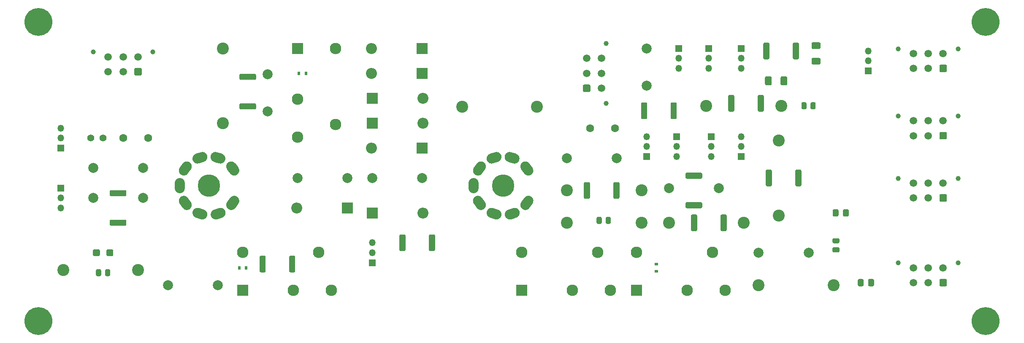
<source format=gbr>
%TF.GenerationSoftware,KiCad,Pcbnew,(5.1.10)-1*%
%TF.CreationDate,2021-11-03T21:28:22+01:00*%
%TF.ProjectId,Amplificatore,416d706c-6966-4696-9361-746f72652e6b,rev?*%
%TF.SameCoordinates,Original*%
%TF.FileFunction,Soldermask,Bot*%
%TF.FilePolarity,Negative*%
%FSLAX46Y46*%
G04 Gerber Fmt 4.6, Leading zero omitted, Abs format (unit mm)*
G04 Created by KiCad (PCBNEW (5.1.10)-1) date 2021-11-03 21:28:22*
%MOMM*%
%LPD*%
G01*
G04 APERTURE LIST*
%ADD10C,1.000000*%
%ADD11C,1.500000*%
%ADD12R,0.700000X0.600000*%
%ADD13R,0.600000X0.700000*%
%ADD14C,2.400000*%
%ADD15C,3.600000*%
%ADD16C,5.600000*%
%ADD17R,1.350000X1.350000*%
%ADD18O,1.350000X1.350000*%
%ADD19C,2.000000*%
%ADD20C,1.600000*%
%ADD21R,2.300000X2.300000*%
%ADD22C,2.300000*%
%ADD23R,2.200000X2.200000*%
%ADD24O,2.200000X2.200000*%
%ADD25C,4.500000*%
%ADD26O,2.030000X3.050000*%
%ADD27C,1.400000*%
G04 APERTURE END LIST*
%TO.C,R39*%
G36*
G01*
X205440001Y-79430000D02*
X204539999Y-79430000D01*
G75*
G02*
X204290000Y-79180001I0J249999D01*
G01*
X204290000Y-78654999D01*
G75*
G02*
X204539999Y-78405000I249999J0D01*
G01*
X205440001Y-78405000D01*
G75*
G02*
X205690000Y-78654999I0J-249999D01*
G01*
X205690000Y-79180001D01*
G75*
G02*
X205440001Y-79430000I-249999J0D01*
G01*
G37*
G36*
G01*
X205440001Y-81255000D02*
X204539999Y-81255000D01*
G75*
G02*
X204290000Y-81005001I0J249999D01*
G01*
X204290000Y-80479999D01*
G75*
G02*
X204539999Y-80230000I249999J0D01*
G01*
X205440001Y-80230000D01*
G75*
G02*
X205690000Y-80479999I0J-249999D01*
G01*
X205690000Y-81005001D01*
G75*
G02*
X205440001Y-81255000I-249999J0D01*
G01*
G37*
%TD*%
D10*
%TO.C,J21*%
X158930000Y-51330000D03*
X158930000Y-39330000D03*
G36*
G01*
X155490000Y-49080000D02*
X154490000Y-49080000D01*
G75*
G02*
X154240000Y-48830000I0J250000D01*
G01*
X154240000Y-47830000D01*
G75*
G02*
X154490000Y-47580000I250000J0D01*
G01*
X155490000Y-47580000D01*
G75*
G02*
X155740000Y-47830000I0J-250000D01*
G01*
X155740000Y-48830000D01*
G75*
G02*
X155490000Y-49080000I-250000J0D01*
G01*
G37*
D11*
X154990000Y-45330000D03*
X154990000Y-42330000D03*
X157990000Y-48330000D03*
X157990000Y-45330000D03*
X157990000Y-42330000D03*
%TD*%
D10*
%TO.C,J20*%
X229490000Y-83390000D03*
X217490000Y-83390000D03*
G36*
G01*
X227240000Y-86830000D02*
X227240000Y-87830000D01*
G75*
G02*
X226990000Y-88080000I-250000J0D01*
G01*
X225990000Y-88080000D01*
G75*
G02*
X225740000Y-87830000I0J250000D01*
G01*
X225740000Y-86830000D01*
G75*
G02*
X225990000Y-86580000I250000J0D01*
G01*
X226990000Y-86580000D01*
G75*
G02*
X227240000Y-86830000I0J-250000D01*
G01*
G37*
D11*
X223490000Y-87330000D03*
X220490000Y-87330000D03*
X226490000Y-84330000D03*
X223490000Y-84330000D03*
X220490000Y-84330000D03*
%TD*%
D10*
%TO.C,J10*%
X68000000Y-41060000D03*
X56000000Y-41060000D03*
G36*
G01*
X65750000Y-44500000D02*
X65750000Y-45500000D01*
G75*
G02*
X65500000Y-45750000I-250000J0D01*
G01*
X64500000Y-45750000D01*
G75*
G02*
X64250000Y-45500000I0J250000D01*
G01*
X64250000Y-44500000D01*
G75*
G02*
X64500000Y-44250000I250000J0D01*
G01*
X65500000Y-44250000D01*
G75*
G02*
X65750000Y-44500000I0J-250000D01*
G01*
G37*
D11*
X62000000Y-45000000D03*
X59000000Y-45000000D03*
X65000000Y-42000000D03*
X62000000Y-42000000D03*
X59000000Y-42000000D03*
%TD*%
D12*
%TO.C,D10*%
X168990000Y-85030000D03*
X168990000Y-83630000D03*
%TD*%
D13*
%TO.C,D9*%
X97290000Y-45330000D03*
X98690000Y-45330000D03*
%TD*%
%TO.C,D8*%
X85290000Y-84330000D03*
X86690000Y-84330000D03*
%TD*%
%TO.C,C31*%
G36*
G01*
X210540000Y-86855000D02*
X210540000Y-87805000D01*
G75*
G02*
X210290000Y-88055000I-250000J0D01*
G01*
X209615000Y-88055000D01*
G75*
G02*
X209365000Y-87805000I0J250000D01*
G01*
X209365000Y-86855000D01*
G75*
G02*
X209615000Y-86605000I250000J0D01*
G01*
X210290000Y-86605000D01*
G75*
G02*
X210540000Y-86855000I0J-250000D01*
G01*
G37*
G36*
G01*
X212615000Y-86855000D02*
X212615000Y-87805000D01*
G75*
G02*
X212365000Y-88055000I-250000J0D01*
G01*
X211690000Y-88055000D01*
G75*
G02*
X211440000Y-87805000I0J250000D01*
G01*
X211440000Y-86855000D01*
G75*
G02*
X211690000Y-86605000I250000J0D01*
G01*
X212365000Y-86605000D01*
G75*
G02*
X212615000Y-86855000I0J-250000D01*
G01*
G37*
%TD*%
D14*
%TO.C,C30*%
X193490000Y-73830000D03*
X193490000Y-58830000D03*
%TD*%
%TO.C,C29*%
G36*
G01*
X206402000Y-73805000D02*
X206402000Y-72855000D01*
G75*
G02*
X206652000Y-72605000I250000J0D01*
G01*
X207327000Y-72605000D01*
G75*
G02*
X207577000Y-72855000I0J-250000D01*
G01*
X207577000Y-73805000D01*
G75*
G02*
X207327000Y-74055000I-250000J0D01*
G01*
X206652000Y-74055000D01*
G75*
G02*
X206402000Y-73805000I0J250000D01*
G01*
G37*
G36*
G01*
X204327000Y-73805000D02*
X204327000Y-72855000D01*
G75*
G02*
X204577000Y-72605000I250000J0D01*
G01*
X205252000Y-72605000D01*
G75*
G02*
X205502000Y-72855000I0J-250000D01*
G01*
X205502000Y-73805000D01*
G75*
G02*
X205252000Y-74055000I-250000J0D01*
G01*
X204577000Y-74055000D01*
G75*
G02*
X204327000Y-73805000I0J250000D01*
G01*
G37*
%TD*%
%TO.C,C28*%
X204490000Y-87830000D03*
X189490000Y-87830000D03*
%TD*%
%TO.C,C27*%
X178990000Y-51830000D03*
X193990000Y-51830000D03*
%TD*%
%TO.C,R35*%
G36*
G01*
X199890000Y-52280001D02*
X199890000Y-51379999D01*
G75*
G02*
X200139999Y-51130000I249999J0D01*
G01*
X200665001Y-51130000D01*
G75*
G02*
X200915000Y-51379999I0J-249999D01*
G01*
X200915000Y-52280001D01*
G75*
G02*
X200665001Y-52530000I-249999J0D01*
G01*
X200139999Y-52530000D01*
G75*
G02*
X199890000Y-52280001I0J249999D01*
G01*
G37*
G36*
G01*
X198065000Y-52280001D02*
X198065000Y-51379999D01*
G75*
G02*
X198314999Y-51130000I249999J0D01*
G01*
X198840001Y-51130000D01*
G75*
G02*
X199090000Y-51379999I0J-249999D01*
G01*
X199090000Y-52280001D01*
G75*
G02*
X198840001Y-52530000I-249999J0D01*
G01*
X198314999Y-52530000D01*
G75*
G02*
X198065000Y-52280001I0J249999D01*
G01*
G37*
%TD*%
%TO.C,C26*%
G36*
G01*
X193890000Y-47480001D02*
X193890000Y-46179999D01*
G75*
G02*
X194139999Y-45930000I249999J0D01*
G01*
X194965001Y-45930000D01*
G75*
G02*
X195215000Y-46179999I0J-249999D01*
G01*
X195215000Y-47480001D01*
G75*
G02*
X194965001Y-47730000I-249999J0D01*
G01*
X194139999Y-47730000D01*
G75*
G02*
X193890000Y-47480001I0J249999D01*
G01*
G37*
G36*
G01*
X190765000Y-47480001D02*
X190765000Y-46179999D01*
G75*
G02*
X191014999Y-45930000I249999J0D01*
G01*
X191840001Y-45930000D01*
G75*
G02*
X192090000Y-46179999I0J-249999D01*
G01*
X192090000Y-47480001D01*
G75*
G02*
X191840001Y-47730000I-249999J0D01*
G01*
X191014999Y-47730000D01*
G75*
G02*
X190765000Y-47480001I0J249999D01*
G01*
G37*
%TD*%
%TO.C,C25*%
G36*
G01*
X200339999Y-42230000D02*
X201640001Y-42230000D01*
G75*
G02*
X201890000Y-42479999I0J-249999D01*
G01*
X201890000Y-43305001D01*
G75*
G02*
X201640001Y-43555000I-249999J0D01*
G01*
X200339999Y-43555000D01*
G75*
G02*
X200090000Y-43305001I0J249999D01*
G01*
X200090000Y-42479999D01*
G75*
G02*
X200339999Y-42230000I249999J0D01*
G01*
G37*
G36*
G01*
X200339999Y-39105000D02*
X201640001Y-39105000D01*
G75*
G02*
X201890000Y-39354999I0J-249999D01*
G01*
X201890000Y-40180001D01*
G75*
G02*
X201640001Y-40430000I-249999J0D01*
G01*
X200339999Y-40430000D01*
G75*
G02*
X200090000Y-40180001I0J249999D01*
G01*
X200090000Y-39354999D01*
G75*
G02*
X200339999Y-39105000I249999J0D01*
G01*
G37*
%TD*%
D15*
%TO.C,J19*%
X235000000Y-35000000D03*
D16*
X235000000Y-35000000D03*
%TD*%
%TO.C,J18*%
X235000000Y-95000000D03*
D15*
X235000000Y-95000000D03*
%TD*%
%TO.C,J17*%
X45000000Y-95000000D03*
D16*
X45000000Y-95000000D03*
%TD*%
D15*
%TO.C,J16*%
X45000000Y-35000000D03*
D16*
X45000000Y-35000000D03*
%TD*%
%TO.C,R30*%
G36*
G01*
X189302000Y-52755000D02*
X189302000Y-49905000D01*
G75*
G02*
X189552000Y-49655000I250000J0D01*
G01*
X190277000Y-49655000D01*
G75*
G02*
X190527000Y-49905000I0J-250000D01*
G01*
X190527000Y-52755000D01*
G75*
G02*
X190277000Y-53005000I-250000J0D01*
G01*
X189552000Y-53005000D01*
G75*
G02*
X189302000Y-52755000I0J250000D01*
G01*
G37*
G36*
G01*
X183377000Y-52755000D02*
X183377000Y-49905000D01*
G75*
G02*
X183627000Y-49655000I250000J0D01*
G01*
X184352000Y-49655000D01*
G75*
G02*
X184602000Y-49905000I0J-250000D01*
G01*
X184602000Y-52755000D01*
G75*
G02*
X184352000Y-53005000I-250000J0D01*
G01*
X183627000Y-53005000D01*
G75*
G02*
X183377000Y-52755000I0J250000D01*
G01*
G37*
%TD*%
%TO.C,R29*%
G36*
G01*
X191640000Y-39405000D02*
X191640000Y-42255000D01*
G75*
G02*
X191390000Y-42505000I-250000J0D01*
G01*
X190665000Y-42505000D01*
G75*
G02*
X190415000Y-42255000I0J250000D01*
G01*
X190415000Y-39405000D01*
G75*
G02*
X190665000Y-39155000I250000J0D01*
G01*
X191390000Y-39155000D01*
G75*
G02*
X191640000Y-39405000I0J-250000D01*
G01*
G37*
G36*
G01*
X197565000Y-39405000D02*
X197565000Y-42255000D01*
G75*
G02*
X197315000Y-42505000I-250000J0D01*
G01*
X196590000Y-42505000D01*
G75*
G02*
X196340000Y-42255000I0J250000D01*
G01*
X196340000Y-39405000D01*
G75*
G02*
X196590000Y-39155000I250000J0D01*
G01*
X197315000Y-39155000D01*
G75*
G02*
X197565000Y-39405000I0J-250000D01*
G01*
G37*
%TD*%
D17*
%TO.C,J15*%
X211490000Y-44830000D03*
D18*
X211490000Y-42830000D03*
X211490000Y-40830000D03*
%TD*%
D17*
%TO.C,J14*%
X185990000Y-40330000D03*
D18*
X185990000Y-42330000D03*
X185990000Y-44330000D03*
%TD*%
D10*
%TO.C,J13*%
X229490000Y-66390000D03*
X217490000Y-66390000D03*
G36*
G01*
X227240000Y-69830000D02*
X227240000Y-70830000D01*
G75*
G02*
X226990000Y-71080000I-250000J0D01*
G01*
X225990000Y-71080000D01*
G75*
G02*
X225740000Y-70830000I0J250000D01*
G01*
X225740000Y-69830000D01*
G75*
G02*
X225990000Y-69580000I250000J0D01*
G01*
X226990000Y-69580000D01*
G75*
G02*
X227240000Y-69830000I0J-250000D01*
G01*
G37*
D11*
X223490000Y-70330000D03*
X220490000Y-70330000D03*
X226490000Y-67330000D03*
X223490000Y-67330000D03*
X220490000Y-67330000D03*
%TD*%
D10*
%TO.C,J12*%
X229490000Y-40390000D03*
X217490000Y-40390000D03*
G36*
G01*
X227240000Y-43830000D02*
X227240000Y-44830000D01*
G75*
G02*
X226990000Y-45080000I-250000J0D01*
G01*
X225990000Y-45080000D01*
G75*
G02*
X225740000Y-44830000I0J250000D01*
G01*
X225740000Y-43830000D01*
G75*
G02*
X225990000Y-43580000I250000J0D01*
G01*
X226990000Y-43580000D01*
G75*
G02*
X227240000Y-43830000I0J-250000D01*
G01*
G37*
D11*
X223490000Y-44330000D03*
X220490000Y-44330000D03*
X226490000Y-41330000D03*
X223490000Y-41330000D03*
X220490000Y-41330000D03*
%TD*%
D10*
%TO.C,J11*%
X229490000Y-53890000D03*
X217490000Y-53890000D03*
G36*
G01*
X227240000Y-57330000D02*
X227240000Y-58330000D01*
G75*
G02*
X226990000Y-58580000I-250000J0D01*
G01*
X225990000Y-58580000D01*
G75*
G02*
X225740000Y-58330000I0J250000D01*
G01*
X225740000Y-57330000D01*
G75*
G02*
X225990000Y-57080000I250000J0D01*
G01*
X226990000Y-57080000D01*
G75*
G02*
X227240000Y-57330000I0J-250000D01*
G01*
G37*
D11*
X223490000Y-57830000D03*
X220490000Y-57830000D03*
X226490000Y-54830000D03*
X223490000Y-54830000D03*
X220490000Y-54830000D03*
%TD*%
%TO.C,R28*%
G36*
G01*
X177915000Y-66480000D02*
X175065000Y-66480000D01*
G75*
G02*
X174815000Y-66230000I0J250000D01*
G01*
X174815000Y-65505000D01*
G75*
G02*
X175065000Y-65255000I250000J0D01*
G01*
X177915000Y-65255000D01*
G75*
G02*
X178165000Y-65505000I0J-250000D01*
G01*
X178165000Y-66230000D01*
G75*
G02*
X177915000Y-66480000I-250000J0D01*
G01*
G37*
G36*
G01*
X177915000Y-72405000D02*
X175065000Y-72405000D01*
G75*
G02*
X174815000Y-72155000I0J250000D01*
G01*
X174815000Y-71430000D01*
G75*
G02*
X175065000Y-71180000I250000J0D01*
G01*
X177915000Y-71180000D01*
G75*
G02*
X178165000Y-71430000I0J-250000D01*
G01*
X178165000Y-72155000D01*
G75*
G02*
X177915000Y-72405000I-250000J0D01*
G01*
G37*
%TD*%
%TO.C,R27*%
G36*
G01*
X181840000Y-76755000D02*
X181840000Y-73905000D01*
G75*
G02*
X182090000Y-73655000I250000J0D01*
G01*
X182815000Y-73655000D01*
G75*
G02*
X183065000Y-73905000I0J-250000D01*
G01*
X183065000Y-76755000D01*
G75*
G02*
X182815000Y-77005000I-250000J0D01*
G01*
X182090000Y-77005000D01*
G75*
G02*
X181840000Y-76755000I0J250000D01*
G01*
G37*
G36*
G01*
X175915000Y-76755000D02*
X175915000Y-73905000D01*
G75*
G02*
X176165000Y-73655000I250000J0D01*
G01*
X176890000Y-73655000D01*
G75*
G02*
X177140000Y-73905000I0J-250000D01*
G01*
X177140000Y-76755000D01*
G75*
G02*
X176890000Y-77005000I-250000J0D01*
G01*
X176165000Y-77005000D01*
G75*
G02*
X175915000Y-76755000I0J250000D01*
G01*
G37*
%TD*%
%TO.C,R26*%
G36*
G01*
X160340000Y-70255000D02*
X160340000Y-67405000D01*
G75*
G02*
X160590000Y-67155000I250000J0D01*
G01*
X161315000Y-67155000D01*
G75*
G02*
X161565000Y-67405000I0J-250000D01*
G01*
X161565000Y-70255000D01*
G75*
G02*
X161315000Y-70505000I-250000J0D01*
G01*
X160590000Y-70505000D01*
G75*
G02*
X160340000Y-70255000I0J250000D01*
G01*
G37*
G36*
G01*
X154415000Y-70255000D02*
X154415000Y-67405000D01*
G75*
G02*
X154665000Y-67155000I250000J0D01*
G01*
X155390000Y-67155000D01*
G75*
G02*
X155640000Y-67405000I0J-250000D01*
G01*
X155640000Y-70255000D01*
G75*
G02*
X155390000Y-70505000I-250000J0D01*
G01*
X154665000Y-70505000D01*
G75*
G02*
X154415000Y-70255000I0J250000D01*
G01*
G37*
%TD*%
%TO.C,R25*%
G36*
G01*
X171840000Y-54255000D02*
X171840000Y-51405000D01*
G75*
G02*
X172090000Y-51155000I250000J0D01*
G01*
X172815000Y-51155000D01*
G75*
G02*
X173065000Y-51405000I0J-250000D01*
G01*
X173065000Y-54255000D01*
G75*
G02*
X172815000Y-54505000I-250000J0D01*
G01*
X172090000Y-54505000D01*
G75*
G02*
X171840000Y-54255000I0J250000D01*
G01*
G37*
G36*
G01*
X165915000Y-54255000D02*
X165915000Y-51405000D01*
G75*
G02*
X166165000Y-51155000I250000J0D01*
G01*
X166890000Y-51155000D01*
G75*
G02*
X167140000Y-51405000I0J-250000D01*
G01*
X167140000Y-54255000D01*
G75*
G02*
X166890000Y-54505000I-250000J0D01*
G01*
X166165000Y-54505000D01*
G75*
G02*
X165915000Y-54255000I0J250000D01*
G01*
G37*
%TD*%
%TO.C,R22*%
G36*
G01*
X158802000Y-75280001D02*
X158802000Y-74379999D01*
G75*
G02*
X159051999Y-74130000I249999J0D01*
G01*
X159577001Y-74130000D01*
G75*
G02*
X159827000Y-74379999I0J-249999D01*
G01*
X159827000Y-75280001D01*
G75*
G02*
X159577001Y-75530000I-249999J0D01*
G01*
X159051999Y-75530000D01*
G75*
G02*
X158802000Y-75280001I0J249999D01*
G01*
G37*
G36*
G01*
X156977000Y-75280001D02*
X156977000Y-74379999D01*
G75*
G02*
X157226999Y-74130000I249999J0D01*
G01*
X157752001Y-74130000D01*
G75*
G02*
X158002000Y-74379999I0J-249999D01*
G01*
X158002000Y-75280001D01*
G75*
G02*
X157752001Y-75530000I-249999J0D01*
G01*
X157226999Y-75530000D01*
G75*
G02*
X156977000Y-75280001I0J249999D01*
G01*
G37*
%TD*%
D17*
%TO.C,J9*%
X179490000Y-40330000D03*
D18*
X179490000Y-42330000D03*
X179490000Y-44330000D03*
%TD*%
D17*
%TO.C,J8*%
X180000000Y-58000000D03*
D18*
X180000000Y-60000000D03*
X180000000Y-62000000D03*
%TD*%
D17*
%TO.C,J7*%
X173490000Y-40330000D03*
D18*
X173490000Y-42330000D03*
X173490000Y-44330000D03*
%TD*%
D17*
%TO.C,J6*%
X173000000Y-58000000D03*
D18*
X173000000Y-60000000D03*
X173000000Y-62000000D03*
%TD*%
D17*
%TO.C,J5*%
X166990000Y-62000000D03*
D18*
X166990000Y-60000000D03*
X166990000Y-58000000D03*
%TD*%
D19*
%TO.C,C22*%
X189490000Y-81330000D03*
X199490000Y-81330000D03*
%TD*%
D14*
%TO.C,C21*%
X171490000Y-75330000D03*
X186490000Y-75330000D03*
%TD*%
D19*
%TO.C,C20*%
X166990000Y-47830000D03*
X166990000Y-40330000D03*
%TD*%
D20*
%TO.C,C19*%
X155650000Y-56330000D03*
X160650000Y-56330000D03*
%TD*%
D19*
%TO.C,C18*%
X181490000Y-68330000D03*
X171490000Y-68330000D03*
%TD*%
%TO.C,C17*%
X160990000Y-62330000D03*
X150990000Y-62330000D03*
%TD*%
D14*
%TO.C,C16*%
X165990000Y-68830000D03*
X150990000Y-68830000D03*
%TD*%
D18*
%TO.C,J4*%
X49490000Y-56330000D03*
X49490000Y-58330000D03*
D17*
X49490000Y-60330000D03*
%TD*%
%TO.C,R21*%
G36*
G01*
X192140000Y-64905000D02*
X192140000Y-67755000D01*
G75*
G02*
X191890000Y-68005000I-250000J0D01*
G01*
X191165000Y-68005000D01*
G75*
G02*
X190915000Y-67755000I0J250000D01*
G01*
X190915000Y-64905000D01*
G75*
G02*
X191165000Y-64655000I250000J0D01*
G01*
X191890000Y-64655000D01*
G75*
G02*
X192140000Y-64905000I0J-250000D01*
G01*
G37*
G36*
G01*
X198065000Y-64905000D02*
X198065000Y-67755000D01*
G75*
G02*
X197815000Y-68005000I-250000J0D01*
G01*
X197090000Y-68005000D01*
G75*
G02*
X196840000Y-67755000I0J250000D01*
G01*
X196840000Y-64905000D01*
G75*
G02*
X197090000Y-64655000I250000J0D01*
G01*
X197815000Y-64655000D01*
G75*
G02*
X198065000Y-64905000I0J-250000D01*
G01*
G37*
%TD*%
D21*
%TO.C,K4*%
X164990000Y-88830000D03*
D22*
X175150000Y-88830000D03*
X182770000Y-88830000D03*
X180230000Y-81210000D03*
X164990000Y-81210000D03*
%TD*%
D21*
%TO.C,K3*%
X141990000Y-88830000D03*
D22*
X152150000Y-88830000D03*
X159770000Y-88830000D03*
X157230000Y-81210000D03*
X141990000Y-81210000D03*
%TD*%
D17*
%TO.C,J3*%
X185990000Y-62000000D03*
D18*
X185990000Y-60000000D03*
X185990000Y-58000000D03*
%TD*%
D14*
%TO.C,C15*%
X150990000Y-75330000D03*
X165990000Y-75330000D03*
%TD*%
D22*
%TO.C,K2*%
X85990000Y-81210000D03*
X101230000Y-81210000D03*
X103770000Y-88830000D03*
X96150000Y-88830000D03*
D21*
X85990000Y-88830000D03*
%TD*%
D23*
%TO.C,D7*%
X106990000Y-72330000D03*
D24*
X96830000Y-72330000D03*
%TD*%
D23*
%TO.C,D6*%
X111990000Y-73330000D03*
D24*
X122150000Y-73330000D03*
%TD*%
D14*
%TO.C,C14*%
X130000000Y-52000000D03*
X145000000Y-52000000D03*
%TD*%
D19*
%TO.C,C13*%
X111990000Y-66330000D03*
X121990000Y-66330000D03*
%TD*%
D25*
%TO.C,U2*%
X138240000Y-67880000D03*
G36*
G01*
X143511382Y-63410799D02*
X144110922Y-64235997D01*
G75*
G02*
X143886372Y-65653751I-821152J-596602D01*
G01*
X143886372Y-65653751D01*
G75*
G02*
X142468618Y-65429201I-596602J821152D01*
G01*
X141869078Y-64604003D01*
G75*
G02*
X142093628Y-63186249I821152J596602D01*
G01*
X142093628Y-63186249D01*
G75*
G02*
X143511382Y-63410799I596602J-821152D01*
G01*
G37*
G36*
G01*
X139848613Y-61147079D02*
X140818691Y-61462277D01*
G75*
G02*
X141470361Y-62741251I-313652J-965322D01*
G01*
X141470361Y-62741251D01*
G75*
G02*
X140191387Y-63392921I-965322J313652D01*
G01*
X139221309Y-63077723D01*
G75*
G02*
X138569639Y-61798749I313652J965322D01*
G01*
X138569639Y-61798749D01*
G75*
G02*
X139848613Y-61147079I965322J-313652D01*
G01*
G37*
G36*
G01*
X135611309Y-61462277D02*
X136581387Y-61147079D01*
G75*
G02*
X137860361Y-61798749I313652J-965322D01*
G01*
X137860361Y-61798749D01*
G75*
G02*
X137208691Y-63077723I-965322J-313652D01*
G01*
X136238613Y-63392921D01*
G75*
G02*
X134959639Y-62741251I-313652J965322D01*
G01*
X134959639Y-62741251D01*
G75*
G02*
X135611309Y-61462277I965322J313652D01*
G01*
G37*
G36*
G01*
X132359078Y-64235997D02*
X132958618Y-63410799D01*
G75*
G02*
X134376372Y-63186249I821152J-596602D01*
G01*
X134376372Y-63186249D01*
G75*
G02*
X134600922Y-64604003I-596602J-821152D01*
G01*
X134001382Y-65429201D01*
G75*
G02*
X132583628Y-65653751I-821152J596602D01*
G01*
X132583628Y-65653751D01*
G75*
G02*
X132359078Y-64235997I596602J821152D01*
G01*
G37*
D26*
X132340000Y-67880000D03*
G36*
G01*
X134001382Y-70320799D02*
X134600922Y-71145997D01*
G75*
G02*
X134376372Y-72563751I-821152J-596602D01*
G01*
X134376372Y-72563751D01*
G75*
G02*
X132958618Y-72339201I-596602J821152D01*
G01*
X132359078Y-71514003D01*
G75*
G02*
X132583628Y-70096249I821152J596602D01*
G01*
X132583628Y-70096249D01*
G75*
G02*
X134001382Y-70320799I596602J-821152D01*
G01*
G37*
G36*
G01*
X136238613Y-72357079D02*
X137208691Y-72672277D01*
G75*
G02*
X137860361Y-73951251I-313652J-965322D01*
G01*
X137860361Y-73951251D01*
G75*
G02*
X136581387Y-74602921I-965322J313652D01*
G01*
X135611309Y-74287723D01*
G75*
G02*
X134959639Y-73008749I313652J965322D01*
G01*
X134959639Y-73008749D01*
G75*
G02*
X136238613Y-72357079I965322J-313652D01*
G01*
G37*
G36*
G01*
X139261309Y-72672277D02*
X140231387Y-72357079D01*
G75*
G02*
X141510361Y-73008749I313652J-965322D01*
G01*
X141510361Y-73008749D01*
G75*
G02*
X140858691Y-74287723I-965322J-313652D01*
G01*
X139888613Y-74602921D01*
G75*
G02*
X138609639Y-73951251I-313652J965322D01*
G01*
X138609639Y-73951251D01*
G75*
G02*
X139261309Y-72672277I965322J313652D01*
G01*
G37*
G36*
G01*
X141869078Y-71145997D02*
X142468618Y-70320799D01*
G75*
G02*
X143886372Y-70096249I821152J-596602D01*
G01*
X143886372Y-70096249D01*
G75*
G02*
X144110922Y-71514003I-596602J-821152D01*
G01*
X143511382Y-72339201D01*
G75*
G02*
X142093628Y-72563751I-821152J596602D01*
G01*
X142093628Y-72563751D01*
G75*
G02*
X141869078Y-71145997I596602J821152D01*
G01*
G37*
%TD*%
%TO.C,R14*%
G36*
G01*
X118640000Y-77905000D02*
X118640000Y-80755000D01*
G75*
G02*
X118390000Y-81005000I-250000J0D01*
G01*
X117665000Y-81005000D01*
G75*
G02*
X117415000Y-80755000I0J250000D01*
G01*
X117415000Y-77905000D01*
G75*
G02*
X117665000Y-77655000I250000J0D01*
G01*
X118390000Y-77655000D01*
G75*
G02*
X118640000Y-77905000I0J-250000D01*
G01*
G37*
G36*
G01*
X124565000Y-77905000D02*
X124565000Y-80755000D01*
G75*
G02*
X124315000Y-81005000I-250000J0D01*
G01*
X123590000Y-81005000D01*
G75*
G02*
X123340000Y-80755000I0J250000D01*
G01*
X123340000Y-77905000D01*
G75*
G02*
X123590000Y-77655000I250000J0D01*
G01*
X124315000Y-77655000D01*
G75*
G02*
X124565000Y-77905000I0J-250000D01*
G01*
G37*
%TD*%
D17*
%TO.C,J2*%
X111990000Y-83330000D03*
D18*
X111990000Y-81330000D03*
X111990000Y-79330000D03*
%TD*%
D23*
%TO.C,D5*%
X121990000Y-40330000D03*
D24*
X111830000Y-40330000D03*
%TD*%
D23*
%TO.C,D4*%
X121990000Y-45330000D03*
D24*
X111830000Y-45330000D03*
%TD*%
D23*
%TO.C,D3*%
X121990000Y-60330000D03*
D24*
X111830000Y-60330000D03*
%TD*%
D23*
%TO.C,D2*%
X111990000Y-55330000D03*
D24*
X122150000Y-55330000D03*
%TD*%
D23*
%TO.C,D1*%
X111990000Y-50330000D03*
D24*
X122150000Y-50330000D03*
%TD*%
D19*
%TO.C,C12*%
X106990000Y-66330000D03*
X96990000Y-66330000D03*
%TD*%
D22*
%TO.C,K1*%
X104610000Y-40330000D03*
X104610000Y-55570000D03*
X96990000Y-58110000D03*
X96990000Y-50490000D03*
D21*
X96990000Y-40330000D03*
%TD*%
%TO.C,R9*%
G36*
G01*
X96527500Y-82165000D02*
X96527500Y-85015000D01*
G75*
G02*
X96277500Y-85265000I-250000J0D01*
G01*
X95552500Y-85265000D01*
G75*
G02*
X95302500Y-85015000I0J250000D01*
G01*
X95302500Y-82165000D01*
G75*
G02*
X95552500Y-81915000I250000J0D01*
G01*
X96277500Y-81915000D01*
G75*
G02*
X96527500Y-82165000I0J-250000D01*
G01*
G37*
G36*
G01*
X90602500Y-82165000D02*
X90602500Y-85015000D01*
G75*
G02*
X90352500Y-85265000I-250000J0D01*
G01*
X89627500Y-85265000D01*
G75*
G02*
X89377500Y-85015000I0J250000D01*
G01*
X89377500Y-82165000D01*
G75*
G02*
X89627500Y-81915000I250000J0D01*
G01*
X90352500Y-81915000D01*
G75*
G02*
X90602500Y-82165000I0J-250000D01*
G01*
G37*
%TD*%
%TO.C,R8*%
G36*
G01*
X85575000Y-45425000D02*
X88425000Y-45425000D01*
G75*
G02*
X88675000Y-45675000I0J-250000D01*
G01*
X88675000Y-46400000D01*
G75*
G02*
X88425000Y-46650000I-250000J0D01*
G01*
X85575000Y-46650000D01*
G75*
G02*
X85325000Y-46400000I0J250000D01*
G01*
X85325000Y-45675000D01*
G75*
G02*
X85575000Y-45425000I250000J0D01*
G01*
G37*
G36*
G01*
X85575000Y-51350000D02*
X88425000Y-51350000D01*
G75*
G02*
X88675000Y-51600000I0J-250000D01*
G01*
X88675000Y-52325000D01*
G75*
G02*
X88425000Y-52575000I-250000J0D01*
G01*
X85575000Y-52575000D01*
G75*
G02*
X85325000Y-52325000I0J250000D01*
G01*
X85325000Y-51600000D01*
G75*
G02*
X85575000Y-51350000I250000J0D01*
G01*
G37*
%TD*%
%TO.C,R7*%
G36*
G01*
X57590000Y-84879999D02*
X57590000Y-85780001D01*
G75*
G02*
X57340001Y-86030000I-249999J0D01*
G01*
X56814999Y-86030000D01*
G75*
G02*
X56565000Y-85780001I0J249999D01*
G01*
X56565000Y-84879999D01*
G75*
G02*
X56814999Y-84630000I249999J0D01*
G01*
X57340001Y-84630000D01*
G75*
G02*
X57590000Y-84879999I0J-249999D01*
G01*
G37*
G36*
G01*
X59415000Y-84879999D02*
X59415000Y-85780001D01*
G75*
G02*
X59165001Y-86030000I-249999J0D01*
G01*
X58639999Y-86030000D01*
G75*
G02*
X58390000Y-85780001I0J249999D01*
G01*
X58390000Y-84879999D01*
G75*
G02*
X58639999Y-84630000I249999J0D01*
G01*
X59165001Y-84630000D01*
G75*
G02*
X59415000Y-84879999I0J-249999D01*
G01*
G37*
%TD*%
%TO.C,R6*%
G36*
G01*
X62415000Y-69980000D02*
X59565000Y-69980000D01*
G75*
G02*
X59315000Y-69730000I0J250000D01*
G01*
X59315000Y-69005000D01*
G75*
G02*
X59565000Y-68755000I250000J0D01*
G01*
X62415000Y-68755000D01*
G75*
G02*
X62665000Y-69005000I0J-250000D01*
G01*
X62665000Y-69730000D01*
G75*
G02*
X62415000Y-69980000I-250000J0D01*
G01*
G37*
G36*
G01*
X62415000Y-75905000D02*
X59565000Y-75905000D01*
G75*
G02*
X59315000Y-75655000I0J250000D01*
G01*
X59315000Y-74930000D01*
G75*
G02*
X59565000Y-74680000I250000J0D01*
G01*
X62415000Y-74680000D01*
G75*
G02*
X62665000Y-74930000I0J-250000D01*
G01*
X62665000Y-75655000D01*
G75*
G02*
X62415000Y-75905000I-250000J0D01*
G01*
G37*
%TD*%
D17*
%TO.C,J1*%
X49490000Y-68330000D03*
D18*
X49490000Y-70330000D03*
X49490000Y-72330000D03*
%TD*%
D19*
%TO.C,C11*%
X70990000Y-87830000D03*
X80990000Y-87830000D03*
%TD*%
D14*
%TO.C,C10*%
X49990000Y-84830000D03*
X64990000Y-84830000D03*
%TD*%
D19*
%TO.C,C9*%
X90990000Y-53000000D03*
X90990000Y-45500000D03*
%TD*%
%TO.C,C8*%
G36*
G01*
X57340000Y-80904999D02*
X57340000Y-81755001D01*
G75*
G02*
X57090001Y-82005000I-249999J0D01*
G01*
X56189999Y-82005000D01*
G75*
G02*
X55940000Y-81755001I0J249999D01*
G01*
X55940000Y-80904999D01*
G75*
G02*
X56189999Y-80655000I249999J0D01*
G01*
X57090001Y-80655000D01*
G75*
G02*
X57340000Y-80904999I0J-249999D01*
G01*
G37*
G36*
G01*
X60040000Y-80904999D02*
X60040000Y-81755001D01*
G75*
G02*
X59790001Y-82005000I-249999J0D01*
G01*
X58889999Y-82005000D01*
G75*
G02*
X58640000Y-81755001I0J249999D01*
G01*
X58640000Y-80904999D01*
G75*
G02*
X58889999Y-80655000I249999J0D01*
G01*
X59790001Y-80655000D01*
G75*
G02*
X60040000Y-80904999I0J-249999D01*
G01*
G37*
%TD*%
%TO.C,C7*%
X65990000Y-70330000D03*
X55990000Y-70330000D03*
%TD*%
%TO.C,C5*%
X55990000Y-64330000D03*
X65990000Y-64330000D03*
%TD*%
D20*
%TO.C,C3*%
X66990000Y-58330000D03*
X61990000Y-58330000D03*
%TD*%
D27*
%TO.C,C1*%
X57990000Y-58330000D03*
X55490000Y-58330000D03*
%TD*%
D25*
%TO.C,U1*%
X79240000Y-67880000D03*
G36*
G01*
X84511382Y-63410799D02*
X85110922Y-64235997D01*
G75*
G02*
X84886372Y-65653751I-821152J-596602D01*
G01*
X84886372Y-65653751D01*
G75*
G02*
X83468618Y-65429201I-596602J821152D01*
G01*
X82869078Y-64604003D01*
G75*
G02*
X83093628Y-63186249I821152J596602D01*
G01*
X83093628Y-63186249D01*
G75*
G02*
X84511382Y-63410799I596602J-821152D01*
G01*
G37*
G36*
G01*
X80848613Y-61147079D02*
X81818691Y-61462277D01*
G75*
G02*
X82470361Y-62741251I-313652J-965322D01*
G01*
X82470361Y-62741251D01*
G75*
G02*
X81191387Y-63392921I-965322J313652D01*
G01*
X80221309Y-63077723D01*
G75*
G02*
X79569639Y-61798749I313652J965322D01*
G01*
X79569639Y-61798749D01*
G75*
G02*
X80848613Y-61147079I965322J-313652D01*
G01*
G37*
G36*
G01*
X76611309Y-61462277D02*
X77581387Y-61147079D01*
G75*
G02*
X78860361Y-61798749I313652J-965322D01*
G01*
X78860361Y-61798749D01*
G75*
G02*
X78208691Y-63077723I-965322J-313652D01*
G01*
X77238613Y-63392921D01*
G75*
G02*
X75959639Y-62741251I-313652J965322D01*
G01*
X75959639Y-62741251D01*
G75*
G02*
X76611309Y-61462277I965322J313652D01*
G01*
G37*
G36*
G01*
X73359078Y-64235997D02*
X73958618Y-63410799D01*
G75*
G02*
X75376372Y-63186249I821152J-596602D01*
G01*
X75376372Y-63186249D01*
G75*
G02*
X75600922Y-64604003I-596602J-821152D01*
G01*
X75001382Y-65429201D01*
G75*
G02*
X73583628Y-65653751I-821152J596602D01*
G01*
X73583628Y-65653751D01*
G75*
G02*
X73359078Y-64235997I596602J821152D01*
G01*
G37*
D26*
X73340000Y-67880000D03*
G36*
G01*
X75001382Y-70320799D02*
X75600922Y-71145997D01*
G75*
G02*
X75376372Y-72563751I-821152J-596602D01*
G01*
X75376372Y-72563751D01*
G75*
G02*
X73958618Y-72339201I-596602J821152D01*
G01*
X73359078Y-71514003D01*
G75*
G02*
X73583628Y-70096249I821152J596602D01*
G01*
X73583628Y-70096249D01*
G75*
G02*
X75001382Y-70320799I596602J-821152D01*
G01*
G37*
G36*
G01*
X77238613Y-72357079D02*
X78208691Y-72672277D01*
G75*
G02*
X78860361Y-73951251I-313652J-965322D01*
G01*
X78860361Y-73951251D01*
G75*
G02*
X77581387Y-74602921I-965322J313652D01*
G01*
X76611309Y-74287723D01*
G75*
G02*
X75959639Y-73008749I313652J965322D01*
G01*
X75959639Y-73008749D01*
G75*
G02*
X77238613Y-72357079I965322J-313652D01*
G01*
G37*
G36*
G01*
X80261309Y-72672277D02*
X81231387Y-72357079D01*
G75*
G02*
X82510361Y-73008749I313652J-965322D01*
G01*
X82510361Y-73008749D01*
G75*
G02*
X81858691Y-74287723I-965322J-313652D01*
G01*
X80888613Y-74602921D01*
G75*
G02*
X79609639Y-73951251I-313652J965322D01*
G01*
X79609639Y-73951251D01*
G75*
G02*
X80261309Y-72672277I965322J313652D01*
G01*
G37*
G36*
G01*
X82869078Y-71145997D02*
X83468618Y-70320799D01*
G75*
G02*
X84886372Y-70096249I821152J-596602D01*
G01*
X84886372Y-70096249D01*
G75*
G02*
X85110922Y-71514003I-596602J-821152D01*
G01*
X84511382Y-72339201D01*
G75*
G02*
X83093628Y-72563751I-821152J596602D01*
G01*
X83093628Y-72563751D01*
G75*
G02*
X82869078Y-71145997I596602J821152D01*
G01*
G37*
%TD*%
D14*
%TO.C,C4*%
X81990000Y-40330000D03*
X81990000Y-55330000D03*
%TD*%
M02*

</source>
